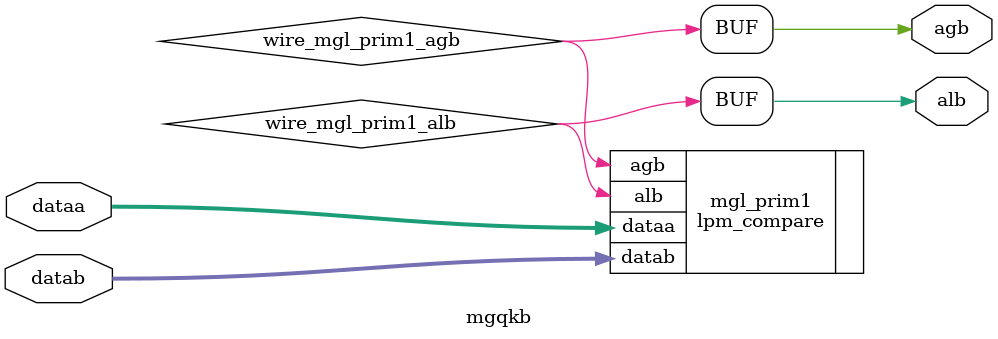
<source format=v>






//synthesis_resources = lpm_compare 1 
//synopsys translate_off
`timescale 1 ps / 1 ps
//synopsys translate_on
module  mgqkb
	( 
	agb,
	alb,
	dataa,
	datab) /* synthesis synthesis_clearbox=1 */;
	output   agb;
	output   alb;
	input   [7:0]  dataa;
	input   [7:0]  datab;

	wire  wire_mgl_prim1_agb;
	wire  wire_mgl_prim1_alb;

	lpm_compare   mgl_prim1
	( 
	.agb(wire_mgl_prim1_agb),
	.alb(wire_mgl_prim1_alb),
	.dataa(dataa),
	.datab(datab));
	defparam
		mgl_prim1.lpm_representation = "UNSIGNED",
		mgl_prim1.lpm_type = "LPM_COMPARE",
		mgl_prim1.lpm_width = 8;
	assign
		agb = wire_mgl_prim1_agb,
		alb = wire_mgl_prim1_alb;
endmodule //mgqkb
//VALID FILE

</source>
